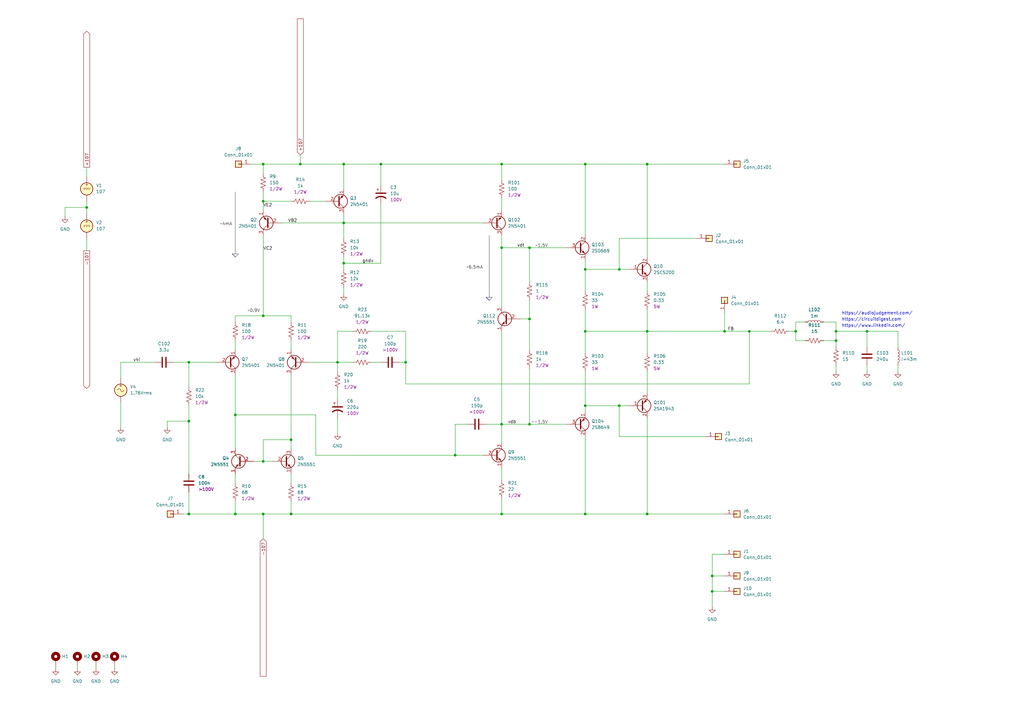
<source format=kicad_sch>
(kicad_sch (version 20231120) (generator "eeschema") (generator_version "8.0")
  (paper "A3")
  (title_block (title "Amplificador Zero") (date "2023-05-14") (rev "v1.0.0") (comment 1 "Maykol Rey"))
  (lib_symbols
    (symbol "Connector_Generic:Conn_01x01" (pin_names (offset 1.016) hide)
      (property "Reference" "J" (at 0 2.54 0))
      (property "Value" "Conn_01x01" (at 0 -2.54 0))
      (symbol "Conn_01x01_1_1"
        (rectangle (start -1.27 0.127) (end 0 -0.127) (stroke (width 0.1524)))
        (rectangle (start -1.27 1.27) (end 1.27 -1.27) (stroke (width 0.254)) (fill (type background)))
        (pin passive line (at -5.08 0 0) (length 3.81) (name "Pin_1") (number "1"))
      )
    )
    (symbol "Device:C" (pin_numbers hide) (pin_names (offset 0.254))
      (property "Reference" "C" (at 0.635 2.54 0))
      (property "Value" "C" (at 0.635 -2.54 0))
      (symbol "C_0_1"
        (polyline (pts (xy -2.032 -0.762) (xy 2.032 -0.762)) (stroke (width 0.508)))
        (polyline (pts (xy -2.032 0.762) (xy 2.032 0.762)) (stroke (width 0.508)))
      )
      (symbol "C_1_1"
        (pin passive line (at 0 3.81 270) (length 2.794) (name "~") (number "1"))
        (pin passive line (at 0 -3.81 90) (length 2.794) (name "~") (number "2"))
      )
    )
    (symbol "Device:C_Polarized_US" (pin_numbers hide) (pin_names (offset 0.254) hide)
      (property "Reference" "C" (at 0.635 2.54 0))
      (property "Value" "C_Polarized_US" (at 0.635 -2.54 0))
      (symbol "C_Polarized_US_0_1"
        (polyline (pts (xy -2.032 0.762) (xy 2.032 0.762)) (stroke (width 0.508)))
        (polyline (pts (xy -1.778 2.286) (xy -0.762 2.286)))
        (polyline (pts (xy -1.27 1.778) (xy -1.27 2.794)))
        (arc (start 2.032 -1.27) (mid 0 -0.5572) (end -2.032 -1.27) (stroke (width 0.508)))
      )
      (symbol "C_Polarized_US_1_1"
        (pin passive line (at 0 3.81 270) (length 2.794) (name "~") (number "1"))
        (pin passive line (at 0 -3.81 90) (length 3.302) (name "~") (number "2"))
      )
    )
    (symbol "Device:L" (pin_numbers hide) (pin_names (offset 1.016) hide)
      (property "Reference" "L" (at -1.27 0 90))
      (property "Value" "L" (at 1.905 0 90))
      (symbol "L_0_1"
        (arc (start 0 -2.54) (mid 0.6323 -1.905) (end 0 -1.27))
        (arc (start 0 -1.27) (mid 0.6323 -0.635) (end 0 0))
        (arc (start 0 0) (mid 0.6323 0.635) (end 0 1.27))
        (arc (start 0 1.27) (mid 0.6323 1.905) (end 0 2.54))
      )
      (symbol "L_1_1"
        (pin passive line (at 0 3.81 270) (length 1.27) (name "1") (number "1"))
        (pin passive line (at 0 -3.81 90) (length 1.27) (name "2") (number "2"))
      )
    )
    (symbol "Device:Q_NPN_BCE" (pin_names (offset 0) hide)
      (property "Reference" "Q" (at 5.08 1.27 0))
      (property "Value" "Q_NPN_BCE" (at 5.08 -1.27 0))
      (symbol "Q_NPN_BCE_0_1"
        (polyline (pts (xy 0.635 0.635) (xy 2.54 2.54)))
        (polyline (pts (xy 0.635 -0.635) (xy 2.54 -2.54) (xy 2.54 -2.54)))
        (polyline (pts (xy 0.635 1.905) (xy 0.635 -1.905) (xy 0.635 -1.905)) (stroke (width 0.508)))
        (polyline (pts (xy 1.27 -1.778) (xy 1.778 -1.27) (xy 2.286 -2.286) (xy 1.27 -1.778) (xy 1.27 -1.778)) (fill (type outline)))
        (circle (center 1.27 0) (radius 2.8194) (stroke (width 0.254)))
      )
      (symbol "Q_NPN_BCE_1_1"
        (pin input line (at -5.08 0 0) (length 5.715) (name "B") (number "1"))
        (pin passive line (at 2.54 5.08 270) (length 2.54) (name "C") (number "2"))
        (pin passive line (at 2.54 -5.08 90) (length 2.54) (name "E") (number "3"))
      )
    )
    (symbol "Device:Q_NPN_EBC" (pin_names (offset 0) hide)
      (property "Reference" "Q" (at 5.08 1.27 0))
      (property "Value" "Q_NPN_EBC" (at 5.08 -1.27 0))
      (symbol "Q_NPN_EBC_0_1"
        (polyline (pts (xy 0.635 0.635) (xy 2.54 2.54)))
        (polyline (pts (xy 0.635 -0.635) (xy 2.54 -2.54) (xy 2.54 -2.54)))
        (polyline (pts (xy 0.635 1.905) (xy 0.635 -1.905) (xy 0.635 -1.905)) (stroke (width 0.508)))
        (polyline (pts (xy 1.27 -1.778) (xy 1.778 -1.27) (xy 2.286 -2.286) (xy 1.27 -1.778) (xy 1.27 -1.778)) (fill (type outline)))
        (circle (center 1.27 0) (radius 2.8194) (stroke (width 0.254)))
      )
      (symbol "Q_NPN_EBC_1_1"
        (pin passive line (at 2.54 -5.08 90) (length 2.54) (name "E") (number "1"))
        (pin passive line (at -5.08 0 0) (length 5.715) (name "B") (number "2"))
        (pin passive line (at 2.54 5.08 270) (length 2.54) (name "C") (number "3"))
      )
    )
    (symbol "Device:Q_NPN_ECB" (pin_names (offset 0) hide)
      (property "Reference" "Q" (at 5.08 1.27 0))
      (property "Value" "Q_NPN_ECB" (at 5.08 -1.27 0))
      (symbol "Q_NPN_ECB_0_1"
        (polyline (pts (xy 0.635 0.635) (xy 2.54 2.54)))
        (polyline (pts (xy 0.635 -0.635) (xy 2.54 -2.54) (xy 2.54 -2.54)))
        (polyline (pts (xy 0.635 1.905) (xy 0.635 -1.905) (xy 0.635 -1.905)) (stroke (width 0.508)))
        (polyline (pts (xy 1.27 -1.778) (xy 1.778 -1.27) (xy 2.286 -2.286) (xy 1.27 -1.778) (xy 1.27 -1.778)) (fill (type outline)))
        (circle (center 1.27 0) (radius 2.8194) (stroke (width 0.254)))
      )
      (symbol "Q_NPN_ECB_1_1"
        (pin passive line (at 2.54 -5.08 90) (length 2.54) (name "E") (number "1"))
        (pin passive line (at 2.54 5.08 270) (length 2.54) (name "C") (number "2"))
        (pin passive line (at -5.08 0 0) (length 5.715) (name "B") (number "3"))
      )
    )
    (symbol "Device:Q_PNP_BCE" (pin_names (offset 0) hide)
      (property "Reference" "Q" (at 5.08 1.27 0))
      (property "Value" "Q_PNP_BCE" (at 5.08 -1.27 0))
      (symbol "Q_PNP_BCE_0_1"
        (polyline (pts (xy 0.635 0.635) (xy 2.54 2.54)))
        (polyline (pts (xy 0.635 -0.635) (xy 2.54 -2.54) (xy 2.54 -2.54)))
        (polyline (pts (xy 0.635 1.905) (xy 0.635 -1.905) (xy 0.635 -1.905)) (stroke (width 0.508)))
        (polyline (pts (xy 2.286 -1.778) (xy 1.778 -2.286) (xy 1.27 -1.27) (xy 2.286 -1.778) (xy 2.286 -1.778)) (fill (type outline)))
        (circle (center 1.27 0) (radius 2.8194) (stroke (width 0.254)))
      )
      (symbol "Q_PNP_BCE_1_1"
        (pin input line (at -5.08 0 0) (length 5.715) (name "B") (number "1"))
        (pin passive line (at 2.54 5.08 270) (length 2.54) (name "C") (number "2"))
        (pin passive line (at 2.54 -5.08 90) (length 2.54) (name "E") (number "3"))
      )
    )
    (symbol "Device:Q_PNP_EBC" (pin_names (offset 0) hide)
      (property "Reference" "Q" (at 5.08 1.27 0))
      (property "Value" "Q_PNP_EBC" (at 5.08 -1.27 0))
      (symbol "Q_PNP_EBC_0_1"
        (polyline (pts (xy 0.635 0.635) (xy 2.54 2.54)))
        (polyline (pts (xy 0.635 -0.635) (xy 2.54 -2.54) (xy 2.54 -2.54)))
        (polyline (pts (xy 0.635 1.905) (xy 0.635 -1.905) (xy 0.635 -1.905)) (stroke (width 0.508)))
        (polyline (pts (xy 2.286 -1.778) (xy 1.778 -2.286) (xy 1.27 -1.27) (xy 2.286 -1.778) (xy 2.286 -1.778)) (fill (type outline)))
        (circle (center 1.27 0) (radius 2.8194) (stroke (width 0.254)))
      )
      (symbol "Q_PNP_EBC_1_1"
        (pin passive line (at 2.54 -5.08 90) (length 2.54) (name "E") (number "1"))
        (pin input line (at -5.08 0 0) (length 5.715) (name "B") (number "2"))
        (pin passive line (at 2.54 5.08 270) (length 2.54) (name "C") (number "3"))
      )
    )
    (symbol "Device:Q_PNP_ECB" (pin_names (offset 0) hide)
      (property "Reference" "Q" (at 5.08 1.27 0))
      (property "Value" "Q_PNP_ECB" (at 5.08 -1.27 0))
      (symbol "Q_PNP_ECB_0_1"
        (polyline (pts (xy 0.635 0.635) (xy 2.54 2.54)))
        (polyline (pts (xy 0.635 -0.635) (xy 2.54 -2.54) (xy 2.54 -2.54)))
        (polyline (pts (xy 0.635 1.905) (xy 0.635 -1.905) (xy 0.635 -1.905)) (stroke (width 0.508)))
        (polyline (pts (xy 2.286 -1.778) (xy 1.778 -2.286) (xy 1.27 -1.27) (xy 2.286 -1.778) (xy 2.286 -1.778)) (fill (type outline)))
        (circle (center 1.27 0) (radius 2.8194) (stroke (width 0.254)))
      )
      (symbol "Q_PNP_ECB_1_1"
        (pin passive line (at 2.54 -5.08 90) (length 2.54) (name "E") (number "1"))
        (pin passive line (at 2.54 5.08 270) (length 2.54) (name "C") (number "2"))
        (pin input line (at -5.08 0 0) (length 5.715) (name "B") (number "3"))
      )
    )
    (symbol "Device:R_US" (pin_numbers hide) (pin_names (offset 0))
      (property "Reference" "R" (at 2.54 0 90))
      (property "Value" "R_US" (at -2.54 0 90))
      (symbol "R_US_0_1"
        (polyline (pts (xy 0 -2.286) (xy 0 -2.54)))
        (polyline (pts (xy 0 2.286) (xy 0 2.54)))
        (polyline (pts (xy 0 -0.762) (xy 1.016 -1.143) (xy 0 -1.524) (xy -1.016 -1.905) (xy 0 -2.286)))
        (polyline (pts (xy 0 0.762) (xy 1.016 0.381) (xy 0 0) (xy -1.016 -0.381) (xy 0 -0.762)))
        (polyline (pts (xy 0 2.286) (xy 1.016 1.905) (xy 0 1.524) (xy -1.016 1.143) (xy 0 0.762)))
      )
      (symbol "R_US_1_1"
        (pin passive line (at 0 3.81 270) (length 1.27) (name "~") (number "1"))
        (pin passive line (at 0 -3.81 90) (length 1.27) (name "~") (number "2"))
      )
    )
    (symbol "Mechanical:MountingHole_Pad" (pin_numbers hide) (pin_names (offset 1.016) hide)
      (property "Reference" "H" (at 0 6.35 0))
      (property "Value" "MountingHole_Pad" (at 0 4.445 0))
      (symbol "MountingHole_Pad_0_1"
        (circle (center 0 1.27) (radius 1.27) (stroke (width 1.27)))
      )
      (symbol "MountingHole_Pad_1_1"
        (pin input line (at 0 -2.54 90) (length 2.54) (name "1") (number "1"))
      )
    )
    (symbol "Simulation_SPICE:VDC" (pin_numbers hide) (pin_names (offset 0.0254))
      (property "Reference" "V" (at 2.54 2.54 0))
      (property "Value" "1" (at 2.54 0 0))
      (symbol "VDC_0_0"
        (polyline (pts (xy -1.27 0.254) (xy 1.27 0.254)))
        (polyline (pts (xy -0.762 -0.254) (xy -1.27 -0.254)))
        (polyline (pts (xy 0.254 -0.254) (xy -0.254 -0.254)))
        (polyline (pts (xy 1.27 -0.254) (xy 0.762 -0.254)))
        (text "+" (at 0 1.905 0) (effects (font (size 1.27 1.27))))
      )
      (symbol "VDC_0_1"
        (circle (center 0 0) (radius 2.54) (stroke (width 0.254)) (fill (type background)))
      )
      (symbol "VDC_1_1"
        (pin passive line (at 0 5.08 270) (length 2.54) (name "~") (number "1"))
        (pin passive line (at 0 -5.08 90) (length 2.54) (name "~") (number "2"))
      )
    )
    (symbol "Simulation_SPICE:VSIN" (pin_numbers hide) (pin_names (offset 0.0254))
      (property "Reference" "V" (at 2.54 2.54 0))
      (property "Value" "VSIN" (at 2.54 0 0))
      (property "Sim.Params" "dc=0 ampl=1 f=1k ac=1" (at 2.54 -2.54 0))
      (symbol "VSIN_0_0"
        (arc (start 0 0) (mid -0.635 0.6323) (end -1.27 0))
        (arc (start 0 0) (mid 0.635 -0.6323) (end 1.27 0))
        (text "+" (at 0 1.905 0) (effects (font (size 1.27 1.27))))
      )
      (symbol "VSIN_0_1"
        (circle (center 0 0) (radius 2.54) (stroke (width 0.254)) (fill (type background)))
      )
      (symbol "VSIN_1_1"
        (pin passive line (at 0 5.08 270) (length 2.54) (name "~") (number "1"))
        (pin passive line (at 0 -5.08 90) (length 2.54) (name "~") (number "2"))
      )
    )
    (symbol "power:GND" (power) (pin_names (offset 0))
      (property "Value" "GND" (at 0 -3.81 0))
      (symbol "GND_0_1"
        (polyline (pts (xy 0 0) (xy 0 -1.27) (xy 1.27 -1.27) (xy 0 -2.54) (xy -1.27 -1.27) (xy 0 -1.27)))
      )
      (symbol "GND_1_1"
        (pin power_in line (at 0 0 270) (length 0) hide (name "GND") (number "1"))
      )
    )
  )
  (junction (at 107.95 210.82))
  (junction (at 119.38 180.34))
  (junction (at 77.47 210.82))
  (junction (at 205.74 67.31))
  (junction (at 77.47 172.72))
  (junction (at 205.74 210.82))
  (junction (at 217.17 130.81))
  (junction (at 297.18 135.89))
  (junction (at 140.97 67.31))
  (junction (at 205.74 101.6))
  (junction (at 254 110.49))
  (junction (at 292.1 236.22))
  (junction (at 240.03 210.82))
  (junction (at 240.03 110.49))
  (junction (at 217.17 101.6))
  (junction (at 326.39 135.89))
  (junction (at 140.97 107.95))
  (junction (at 119.38 210.82))
  (junction (at 35.56 85.09))
  (junction (at 265.43 135.89))
  (junction (at 123.19 67.31))
  (junction (at 77.47 148.59))
  (junction (at 240.03 166.37))
  (junction (at 254 166.37))
  (junction (at 307.34 135.89))
  (junction (at 265.43 210.82))
  (junction (at 96.52 170.18))
  (junction (at 107.95 189.23))
  (junction (at 166.37 148.59))
  (junction (at 217.17 173.99))
  (junction (at 292.1 242.57))
  (junction (at 156.21 67.31))
  (junction (at 107.95 67.31))
  (junction (at 96.52 210.82))
  (junction (at 240.03 67.31))
  (junction (at 342.9 139.7))
  (junction (at 342.9 135.89))
  (junction (at 240.03 135.89))
  (junction (at 355.6 135.89))
  (junction (at 140.97 91.44))
  (junction (at 107.95 82.55))
  (junction (at 138.43 148.59))
  (junction (at 186.69 186.69))
  (junction (at 205.74 173.99))
  (junction (at 265.43 67.31))
  (junction (at 107.95 129.54))
  (wire (pts (xy 265.43 171.45) (xy 265.43 210.82)))
  (wire (pts (xy 127 82.55) (xy 133.35 82.55)))
  (wire (pts (xy 368.3 149.86) (xy 368.3 152.4)))
  (wire (pts (xy 240.03 67.31) (xy 265.43 67.31)))
  (wire (pts (xy 166.37 148.59) (xy 163.83 148.59)))
  (wire (pts (xy 297.18 135.89) (xy 307.34 135.89)))
  (wire (pts (xy 265.43 152.4) (xy 265.43 161.29)))
  (wire (pts (xy 107.95 96.52) (xy 107.95 129.54)))
  (wire (pts (xy 96.52 129.54) (xy 96.52 132.08)))
  (wire (pts (xy 297.18 236.22) (xy 292.1 236.22)))
  (wire (pts (xy 254 179.07) (xy 289.56 179.07)))
  (wire (pts (xy 119.38 132.08) (xy 119.38 129.54)))
  (wire (pts (xy 240.03 179.07) (xy 240.03 210.82)))
  (wire (pts (xy 152.4 135.89) (xy 166.37 135.89)))
  (wire (pts (xy 166.37 148.59) (xy 166.37 157.48)))
  (wire (pts (xy 326.39 132.08) (xy 326.39 135.89)))
  (wire (pts (xy 297.18 128.27) (xy 297.18 135.89)))
  (wire (pts (xy 107.95 180.34) (xy 107.95 189.23)))
  (wire (pts (xy 96.52 170.18) (xy 129.54 170.18)))
  (wire (pts (xy 205.74 81.28) (xy 205.74 86.36)))
  (wire (pts (xy 156.21 107.95) (xy 140.97 107.95)))
  (wire (pts (xy 138.43 135.89) (xy 138.43 148.59)))
  (wire (pts (xy 217.17 173.99) (xy 232.41 173.99)))
  (polyline (pts (xy 201.93 121.92) (xy 200.66 123.19)) (stroke (width 0) (color 72 72 72 1)))
  (wire (pts (xy 265.43 127) (xy 265.43 135.89)))
  (wire (pts (xy 107.95 78.74) (xy 107.95 82.55)))
  (wire (pts (xy 240.03 166.37) (xy 240.03 168.91)))
  (wire (pts (xy 152.4 148.59) (xy 156.21 148.59)))
  (wire (pts (xy 254 97.79) (xy 254 110.49)))
  (wire (pts (xy 138.43 160.02) (xy 138.43 163.83)))
  (wire (pts (xy 107.95 210.82) (xy 119.38 210.82)))
  (wire (pts (xy 240.03 166.37) (xy 254 166.37)))
  (wire (pts (xy 26.67 85.09) (xy 35.56 85.09)))
  (wire (pts (xy 292.1 227.33) (xy 292.1 236.22)))
  (wire (pts (xy 292.1 236.22) (xy 292.1 242.57)))
  (wire (pts (xy 35.56 82.55) (xy 35.56 85.09)))
  (polyline (pts (xy 200.66 121.92) (xy 201.93 121.92)) (stroke (width 0) (color 72 72 72 1)))
  (wire (pts (xy 96.52 129.54) (xy 107.95 129.54)))
  (wire (pts (xy 119.38 180.34) (xy 119.38 184.15)))
  (wire (pts (xy 166.37 135.89) (xy 166.37 148.59)))
  (wire (pts (xy 22.86 273.05) (xy 22.86 274.32)))
  (polyline (pts (xy 96.52 78.74) (xy 96.52 104.14)) (stroke (width 0) (color 72 72 72 1)))
  (wire (pts (xy 140.97 105.41) (xy 140.97 107.95)))
  (wire (pts (xy 205.74 173.99) (xy 205.74 181.61)))
  (wire (pts (xy 46.99 273.05) (xy 46.99 274.32)))
  (wire (pts (xy 254 110.49) (xy 257.81 110.49)))
  (wire (pts (xy 104.14 189.23) (xy 107.95 189.23)))
  (wire (pts (xy 265.43 67.31) (xy 297.18 67.31)))
  (wire (pts (xy 166.37 157.48) (xy 307.34 157.48)))
  (wire (pts (xy 77.47 210.82) (xy 96.52 210.82)))
  (wire (pts (xy 240.03 152.4) (xy 240.03 166.37)))
  (wire (pts (xy 205.74 67.31) (xy 205.74 73.66)))
  (wire (pts (xy 240.03 96.52) (xy 240.03 67.31)))
  (wire (pts (xy 330.2 132.08) (xy 326.39 132.08)))
  (wire (pts (xy 49.53 154.94) (xy 49.53 148.59)))
  (wire (pts (xy 265.43 210.82) (xy 297.18 210.82)))
  (wire (pts (xy 307.34 135.89) (xy 316.23 135.89)))
  (wire (pts (xy 77.47 201.93) (xy 77.47 210.82)))
  (wire (pts (xy 240.03 127) (xy 240.03 135.89)))
  (wire (pts (xy 77.47 172.72) (xy 77.47 194.31)))
  (wire (pts (xy 355.6 135.89) (xy 342.9 135.89)))
  (wire (pts (xy 368.3 135.89) (xy 355.6 135.89)))
  (wire (pts (xy 119.38 139.7) (xy 119.38 143.51)))
  (wire (pts (xy 307.34 157.48) (xy 307.34 135.89)))
  (wire (pts (xy 217.17 123.19) (xy 217.17 130.81)))
  (wire (pts (xy 115.57 91.44) (xy 140.97 91.44)))
  (wire (pts (xy 96.52 153.67) (xy 96.52 170.18)))
  (wire (pts (xy 138.43 148.59) (xy 138.43 152.4)))
  (wire (pts (xy 368.3 142.24) (xy 368.3 135.89)))
  (wire (pts (xy 107.95 129.54) (xy 119.38 129.54)))
  (wire (pts (xy 217.17 151.13) (xy 217.17 173.99)))
  (wire (pts (xy 217.17 101.6) (xy 205.74 101.6)))
  (polyline (pts (xy 95.25 104.14) (xy 96.52 104.14)) (stroke (width 0) (color 72 72 72 1)))
  (wire (pts (xy 74.93 210.82) (xy 77.47 210.82)))
  (wire (pts (xy 107.95 71.12) (xy 107.95 67.31)))
  (wire (pts (xy 127 148.59) (xy 138.43 148.59)))
  (polyline (pts (xy 96.52 104.14) (xy 97.79 104.14)) (stroke (width 0) (color 72 72 72 1)))
  (wire (pts (xy 240.03 106.68) (xy 240.03 110.49)))
  (wire (pts (xy 77.47 148.59) (xy 77.47 158.75)))
  (wire (pts (xy 138.43 171.45) (xy 138.43 177.8)))
  (wire (pts (xy 107.95 82.55) (xy 107.95 86.36)))
  (wire (pts (xy 35.56 85.09) (xy 35.56 87.63)))
  (wire (pts (xy 35.56 68.58) (xy 35.56 72.39)))
  (polyline (pts (xy 97.79 104.14) (xy 96.52 105.41)) (stroke (width 0) (color 72 72 72 1)))
  (wire (pts (xy 240.03 135.89) (xy 240.03 144.78)))
  (wire (pts (xy 217.17 101.6) (xy 217.17 115.57)))
  (wire (pts (xy 292.1 242.57) (xy 292.1 248.92)))
  (wire (pts (xy 323.85 135.89) (xy 326.39 135.89)))
  (wire (pts (xy 140.97 67.31) (xy 140.97 77.47)))
  (wire (pts (xy 96.52 170.18) (xy 96.52 184.15)))
  (wire (pts (xy 342.9 149.86) (xy 342.9 152.4)))
  (wire (pts (xy 326.39 135.89) (xy 326.39 139.7)))
  (wire (pts (xy 96.52 205.74) (xy 96.52 210.82)))
  (wire (pts (xy 337.82 132.08) (xy 342.9 132.08)))
  (wire (pts (xy 199.39 173.99) (xy 205.74 173.99)))
  (wire (pts (xy 240.03 67.31) (xy 205.74 67.31)))
  (polyline (pts (xy 95.25 104.14) (xy 96.52 105.41)))
  (polyline (pts (xy 96.52 105.41) (xy 95.25 104.14)) (stroke (width 0) (color 72 72 72 1)))
  (wire (pts (xy 186.69 186.69) (xy 198.12 186.69)))
  (wire (pts (xy 355.6 135.89) (xy 355.6 142.24)))
  (wire (pts (xy 119.38 205.74) (xy 119.38 210.82)))
  (polyline (pts (xy 199.39 121.92) (xy 200.66 121.92)) (stroke (width 0) (color 72 72 72 1)))
  (wire (pts (xy 107.95 67.31) (xy 123.19 67.31)))
  (wire (pts (xy 140.97 107.95) (xy 140.97 110.49)))
  (wire (pts (xy 240.03 110.49) (xy 254 110.49)))
  (wire (pts (xy 205.74 67.31) (xy 156.21 67.31)))
  (wire (pts (xy 140.97 91.44) (xy 140.97 97.79)))
  (wire (pts (xy 265.43 135.89) (xy 265.43 144.78)))
  (wire (pts (xy 96.52 194.31) (xy 96.52 198.12)))
  (wire (pts (xy 119.38 194.31) (xy 119.38 198.12)))
  (wire (pts (xy 96.52 139.7) (xy 96.52 143.51)))
  (wire (pts (xy 68.58 172.72) (xy 77.47 172.72)))
  (wire (pts (xy 107.95 189.23) (xy 111.76 189.23)))
  (wire (pts (xy 102.87 67.31) (xy 107.95 67.31)))
  (wire (pts (xy 205.74 204.47) (xy 205.74 210.82)))
  (wire (pts (xy 240.03 110.49) (xy 240.03 119.38)))
  (wire (pts (xy 107.95 82.55) (xy 119.38 82.55)))
  (wire (pts (xy 77.47 166.37) (xy 77.47 172.72)))
  (wire (pts (xy 342.9 135.89) (xy 342.9 139.7)))
  (wire (pts (xy 156.21 83.82) (xy 156.21 107.95)))
  (wire (pts (xy 240.03 210.82) (xy 205.74 210.82)))
  (wire (pts (xy 123.19 63.5) (xy 123.19 67.31)))
  (wire (pts (xy 107.95 210.82) (xy 107.95 220.98)))
  (wire (pts (xy 217.17 130.81) (xy 213.36 130.81)))
  (wire (pts (xy 35.56 97.79) (xy 35.56 102.87)))
  (polyline (pts (xy 200.66 123.19) (xy 199.39 121.92)) (stroke (width 0) (color 72 72 72 1)))
  (wire (pts (xy 71.12 148.59) (xy 77.47 148.59)))
  (wire (pts (xy 140.97 118.11) (xy 140.97 120.65)))
  (wire (pts (xy 119.38 153.67) (xy 119.38 180.34)))
  (wire (pts (xy 254 166.37) (xy 257.81 166.37)))
  (wire (pts (xy 265.43 115.57) (xy 265.43 119.38)))
  (wire (pts (xy 205.74 173.99) (xy 217.17 173.99)))
  (polyline (pts (xy 199.39 121.92) (xy 200.66 123.19)))
  (wire (pts (xy 217.17 130.81) (xy 217.17 143.51)))
  (wire (pts (xy 205.74 135.89) (xy 205.74 173.99)))
  (wire (pts (xy 265.43 105.41) (xy 265.43 67.31)))
  (wire (pts (xy 186.69 173.99) (xy 191.77 173.99)))
  (wire (pts (xy 144.78 135.89) (xy 138.43 135.89)))
  (wire (pts (xy 96.52 210.82) (xy 107.95 210.82)))
  (wire (pts (xy 355.6 149.86) (xy 355.6 152.4)))
  (wire (pts (xy 156.21 67.31) (xy 140.97 67.31)))
  (wire (pts (xy 205.74 96.52) (xy 205.74 101.6)))
  (wire (pts (xy 254 179.07) (xy 254 166.37)))
  (wire (pts (xy 265.43 210.82) (xy 240.03 210.82)))
  (wire (pts (xy 205.74 101.6) (xy 205.74 125.73)))
  (wire (pts (xy 68.58 175.26) (xy 68.58 172.72)))
  (wire (pts (xy 49.53 148.59) (xy 63.5 148.59)))
  (wire (pts (xy 156.21 76.2) (xy 156.21 67.31)))
  (wire (pts (xy 107.95 180.34) (xy 119.38 180.34)))
  (wire (pts (xy 292.1 242.57) (xy 297.18 242.57)))
  (polyline (pts (xy 200.66 96.52) (xy 200.66 121.92)) (stroke (width 0) (color 72 72 72 1)))
  (wire (pts (xy 119.38 210.82) (xy 205.74 210.82)))
  (wire (pts (xy 217.17 101.6) (xy 232.41 101.6)))
  (wire (pts (xy 326.39 139.7) (xy 330.2 139.7)))
  (wire (pts (xy 140.97 87.63) (xy 140.97 91.44)))
  (wire (pts (xy 31.75 273.05) (xy 31.75 274.32)))
  (wire (pts (xy 342.9 139.7) (xy 342.9 142.24)))
  (wire (pts (xy 140.97 67.31) (xy 123.19 67.31)))
  (wire (pts (xy 77.47 148.59) (xy 88.9 148.59)))
  (wire (pts (xy 186.69 173.99) (xy 186.69 186.69)))
  (wire (pts (xy 138.43 148.59) (xy 144.78 148.59)))
  (wire (pts (xy 205.74 191.77) (xy 205.74 196.85)))
  (wire (pts (xy 292.1 227.33) (xy 297.18 227.33)))
  (wire (pts (xy 140.97 91.44) (xy 198.12 91.44)))
  (wire (pts (xy 240.03 135.89) (xy 265.43 135.89)))
  (wire (pts (xy 129.54 186.69) (xy 186.69 186.69)))
  (wire (pts (xy 285.75 97.79) (xy 254 97.79)))
  (wire (pts (xy 39.37 273.05) (xy 39.37 274.32)))
  (wire (pts (xy 129.54 186.69) (xy 129.54 170.18)))
  (wire (pts (xy 337.82 139.7) (xy 342.9 139.7)))
  (wire (pts (xy 49.53 165.1) (xy 49.53 175.26)))
  (wire (pts (xy 342.9 132.08) (xy 342.9 135.89)))
  (wire (pts (xy 265.43 135.89) (xy 297.18 135.89)))
  (wire (pts (xy 26.67 88.9) (xy 26.67 85.09)))
  (text "https://circuitdigest.com" (at 345.186 131.826 0) (effects (font (size 1.27 1.27)) (justify left bottom)))
  (text "~6.5mA" (at 198.12 110.49 0) (effects (font (size 1.27 1.27)) (justify right bottom)))
  (text "~4mA" (at 90.17 92.71 0) (effects (font (size 1.27 1.27)) (justify left bottom)))
  (text "~1.5V" (at 224.79 101.6 0) (effects (font (size 1.27 1.27)) (justify right bottom)))
  (text "https://audiojudgement.com/" (at 345.186 129.286 0) (effects (font (size 1.27 1.27)) (justify left bottom)))
  (text "https://www.linkedin.com/" (at 345.186 134.366 0) (effects (font (size 1.27 1.27)) (justify left bottom)))
  (text "~-1.5V" (at 224.79 173.99 0) (effects (font (size 1.27 1.27)) (justify right bottom)))
  (text "~0.9V" (at 106.68 128.27 0) (effects (font (size 1.27 1.27)) (justify right bottom)))
  (label "vdb" (at 208.28 173.99 0))
  (label "v4i" (at 54.61 148.59 0))
  (label "VE2" (at 107.95 85.09 0))
  (label "FB" (at 298.45 135.89 0))
  (label "VB2" (at 118.11 91.44 0))
  (label "vdt" (at 212.09 101.6 0))
  (label "VC2" (at 107.95 102.87 0))
  (label "gndv" (at 148.59 107.95 0))
  (global_label "-${df57b628-142e-45bb-b09c-19f392eb738b:VALUE}" (shape output) (at 35.56 102.87 270) (property "Intersheetrefs" "${INTERSHEET_REFS}" (effects (hide yes))))
  (global_label "+${54ff4864-3169-479c-a87a-54c4ff02058e:VALUE}" (shape output) (at 35.56 68.58 90) (property "Intersheetrefs" "${INTERSHEET_REFS}" (effects (hide yes))))
  (global_label "-${df57b628-142e-45bb-b09c-19f392eb738b:VALUE}" (shape input) (at 107.95 220.98 270) (property "Intersheetrefs" "${INTERSHEET_REFS}" (effects (hide yes))))
  (global_label "+${54ff4864-3169-479c-a87a-54c4ff02058e:VALUE}" (shape input) (at 123.19 63.5 90) (property "Intersheetrefs" "${INTERSHEET_REFS}" (effects (hide yes))))
  (symbol (lib_id "Device:L") (at 368.3 146.05 0) (unit 1) (in_bom no) (on_board no)
    (property "Reference" "L101" (at 369.57 144.7799 0) (effects (justify left)))
    (property "Value" "${SIM.PARAMS}" (at 369.57 147.3199 0) (effects (justify left)))
    (property "Sim.Device" "L" (effects (hide yes)))
    (property "Sim.Type" "=" (effects (hide yes)))
    (property "Sim.Params" "l=43m" (effects (hide yes)))
    (property "Sim.Pins" "1=+ 2=-" (effects (hide yes)))
  )
  (symbol (lib_id "Device:R_US") (at 334.01 139.7 90) (unit 1) (in_bom no) (on_board no)
    (property "Reference" "R111" (at 334.01 133.35 90))
    (property "Value" "15" (at 334.01 135.89 90))
    (property "Footprint" "Resistor_THT:R_Axial_DIN0207_L6.3mm_D2.5mm_P10.16mm_Horizontal" (effects (hide yes)))
  )
  (symbol (lib_id "Device:R_US") (at 107.95 74.93 0) (unit 1)
    (property "Reference" "R9" (at 110.49 72.3899 0) (effects (justify left)))
    (property "Value" "150" (at 110.49 74.9299 0) (effects (justify left)))
    (property "Footprint" "Resistor_THT:R_Axial_DIN0207_L6.3mm_D2.5mm_P10.16mm_Horizontal" (effects (hide yes)))
    (property "Sim.Device" "R" (effects (hide yes)))
    (property "Sim.Pins" "1=+ 2=-" (effects (hide yes)))
    (property "POWER" "1/2W" (at 110.49 77.4699 0) (effects (justify left)))
  )
  (symbol (lib_id "Device:R_US") (at 205.74 77.47 0) (unit 1)
    (property "Reference" "R101" (at 208.28 74.9299 0) (effects (justify left)))
    (property "Value" "100" (at 208.28 77.4699 0) (effects (justify left)))
    (property "Footprint" "Resistor_THT:R_Axial_DIN0207_L6.3mm_D2.5mm_P10.16mm_Horizontal" (effects (hide yes)))
    (property "Sim.Device" "R" (effects (hide yes)))
    (property "Sim.Pins" "1=+ 2=-" (effects (hide yes)))
    (property "POWER" "1/2W" (at 208.28 80.0099 0) (effects (justify left)))
  )
  (symbol (lib_id "Device:R_US") (at 265.43 148.59 0) (unit 1)
    (property "Reference" "R106" (at 267.97 146.0499 0) (effects (justify left)))
    (property "Value" "0.33" (at 267.97 148.5899 0) (effects (justify left)))
    (property "Footprint" "Resistor_THT:R_Axial_Power_L25.0mm_W9.0mm_P27.94mm" (effects (hide yes)))
    (property "POWER" "5W" (at 267.97 151.1299 0) (effects (justify left)))
  )
  (symbol (lib_id "power:GND") (at 49.53 175.26 0) (unit 1)
    (property "Reference" "#PWR08" (effects (hide yes)))
    (property "Value" "GND" (at 49.53 180.34 0))
  )
  (symbol (lib_id "Device:C") (at 195.58 173.99 90) (unit 1)
    (property "Reference" "C5" (at 195.58 163.83 90))
    (property "Value" "150p" (at 195.58 166.37 90))
    (property "Footprint" "Capacitor_THT:C_Disc_D5.0mm_W2.5mm_P5.00mm" (effects (hide yes)))
    (property "Sim.Device" "C" (effects (hide yes)))
    (property "Sim.Pins" "1=+ 2=-" (effects (hide yes)))
    (property "VOLTAGE" ">100V" (at 195.58 168.91 90))
  )
  (symbol (lib_id "Device:R_US") (at 96.52 201.93 0) (unit 1)
    (property "Reference" "R10" (at 99.06 199.3899 0) (effects (justify left)))
    (property "Value" "68" (at 99.06 201.9299 0) (effects (justify left)))
    (property "Footprint" "Resistor_THT:R_Axial_DIN0207_L6.3mm_D2.5mm_P10.16mm_Horizontal" (effects (hide yes)))
    (property "POWER" "1/2W" (at 99.06 204.4699 0) (effects (justify left)))
  )
  (symbol (lib_id "Device:Q_NPN_EBC") (at 116.84 189.23 0) (unit 1)
    (property "Reference" "Q5" (at 121.92 187.9599 0) (effects (justify left)))
    (property "Value" "2N5551" (at 121.92 190.4999 0) (effects (justify left)))
    (property "Footprint" "Package_TO_SOT_THT:TO-92L_Inline_Wide" (effects (hide yes)))
    (property "Datasheet" "https://www.nxp.com/docs/en/data-sheet/2N5550_5551.pdf" (effects (hide yes)))
    (property "Sim.Library" "/home/maykol/Documentos/spice/2n5551.lib" (effects (hide yes)))
    (property "Sim.Name" "2N5551" (effects (hide yes)))
    (property "Sim.Device" "NPN" (effects (hide yes)))
    (property "Sim.Type" "GUMMELPOON" (effects (hide yes)))
    (property "Sim.Pins" "1=E 2=B 3=C" (effects (hide yes)))
  )
  (symbol (lib_id "Connector_Generic:Conn_01x01") (at 290.83 97.79 0) (unit 1) (exclude_from_sim yes) (in_bom no)
    (property "Reference" "J2" (at 293.37 96.5199 0) (effects (justify left)))
    (property "Value" "Conn_01x01" (at 293.37 99.0599 0) (effects (justify left)))
    (property "Footprint" "TerminalBlock_MetzConnect:TerminalBlock_MetzConnect_360322_1x01_Horizontal_ScrewM3.0_WireProtection" (effects (hide yes)))
  )
  (symbol (lib_id "Device:R_US") (at 217.17 119.38 0) (unit 1)
    (property "Reference" "R115" (at 219.71 116.8399 0) (effects (justify left)))
    (property "Value" "1" (at 219.71 119.3799 0) (effects (justify left)))
    (property "Footprint" "Resistor_THT:R_Axial_DIN0207_L6.3mm_D2.5mm_P10.16mm_Horizontal" (effects (hide yes)))
    (property "POWER" "1/2W" (at 219.71 121.9199 0) (effects (justify left)))
  )
  (symbol (lib_id "power:GND") (at 140.97 120.65 0) (unit 1)
    (property "Reference" "#PWR05" (effects (hide yes)))
    (property "Value" "GND" (at 140.97 125.73 0))
  )
  (symbol (lib_id "Device:R_US") (at 140.97 114.3 0) (unit 1)
    (property "Reference" "R12" (at 143.51 111.7599 0) (effects (justify left)))
    (property "Value" "12k" (at 143.51 114.2999 0) (effects (justify left)))
    (property "Footprint" "Resistor_THT:R_Axial_DIN0207_L6.3mm_D2.5mm_P10.16mm_Horizontal" (effects (hide yes)))
    (property "POWER" "1/2W" (at 143.51 116.8399 0) (effects (justify left)))
  )
  (symbol (lib_id "power:GND") (at 39.37 274.32 0) (unit 1)
    (property "Reference" "#PWR06" (effects (hide yes)))
    (property "Value" "GND" (at 39.37 279.4 0))
  )
  (symbol (lib_id "Device:R_US") (at 240.03 123.19 0) (unit 1)
    (property "Reference" "R104" (at 242.57 120.6499 0) (effects (justify left)))
    (property "Value" "33" (at 242.57 123.1899 0) (effects (justify left)))
    (property "Footprint" "Resistor_THT:R_Axial_DIN0414_L11.9mm_D4.5mm_P15.24mm_Horizontal" (effects (hide yes)))
    (property "POWER" "1W" (at 242.57 125.7299 0) (effects (justify left)))
  )
  (symbol (lib_id "power:GND") (at 22.86 274.32 0) (unit 1)
    (property "Reference" "#PWR03" (effects (hide yes)))
    (property "Value" "GND" (at 22.86 279.4 0))
  )
  (symbol (lib_id "Device:R_US") (at 265.43 123.19 0) (unit 1)
    (property "Reference" "R105" (at 267.97 120.6499 0) (effects (justify left)))
    (property "Value" "0.33" (at 267.97 123.1899 0) (effects (justify left)))
    (property "Footprint" "Resistor_THT:R_Axial_Power_L25.0mm_W9.0mm_P27.94mm" (effects (hide yes)))
    (property "POWER" "5W" (at 267.97 125.7299 0) (effects (justify left)))
  )
  (symbol (lib_id "Connector_Generic:Conn_01x01") (at 302.26 236.22 0) (unit 1) (exclude_from_sim yes) (in_bom no)
    (property "Reference" "J9" (at 304.8 234.9499 0) (effects (justify left)))
    (property "Value" "Conn_01x01" (at 304.8 237.4899 0) (effects (justify left)))
    (property "Footprint" "TerminalBlock_MetzConnect:TerminalBlock_MetzConnect_360322_1x01_Horizontal_ScrewM3.0_WireProtection" (effects (hide yes)))
  )
  (symbol (lib_id "Device:Q_PNP_BCE") (at 262.89 166.37 0) (mirror x) (unit 1)
    (property "Reference" "Q101" (at 267.97 165.0999 0) (effects (justify left)))
    (property "Value" "2SA1943" (at 267.97 167.6399 0) (effects (justify left)))
    (property "Footprint" "Package_TO_SOT_THT:TO-264-3_Vertical" (effects (hide yes)))
    (property "Sim.Library" "/home/maykol/Documentos/spice/2SA1943.lib" (effects (hide yes)))
    (property "Sim.Name" "2SA1943" (effects (hide yes)))
    (property "Sim.Device" "SUBCKT" (effects (hide yes)))
    (property "Sim.Pins" "1=2 2=1 3=3" (effects (hide yes)))
  )
  (symbol (lib_id "power:GND") (at 342.9 152.4 0) (unit 1)
    (property "Reference" "#PWR0107" (effects (hide yes)))
    (property "Value" "GND" (at 342.9 157.48 0))
  )
  (symbol (lib_id "Device:Q_NPN_EBC") (at 99.06 189.23 0) (mirror y) (unit 1)
    (property "Reference" "Q4" (at 93.98 187.9599 0) (effects (justify left)))
    (property "Value" "2N5551" (at 93.98 190.4999 0) (effects (justify left)))
    (property "Footprint" "Package_TO_SOT_THT:TO-92L_Inline_Wide" (effects (hide yes)))
    (property "Datasheet" "https://www.nxp.com/docs/en/data-sheet/2N5550_5551.pdf" (effects (hide yes)))
    (property "Sim.Library" "/home/maykol/Documentos/spice/2n5551.lib" (effects (hide yes)))
    (property "Sim.Name" "2N5551" (effects (hide yes)))
    (property "Sim.Device" "NPN" (effects (hide yes)))
    (property "Sim.Type" "GUMMELPOON" (effects (hide yes)))
    (property "Sim.Pins" "1=E 2=B 3=C" (effects (hide yes)))
  )
  (symbol (lib_id "Device:C") (at 160.02 148.59 90) (unit 1)
    (property "Reference" "C7" (at 160.02 138.43 90))
    (property "Value" "100p" (at 160.02 140.97 90))
    (property "Footprint" "Capacitor_THT:C_Disc_D5.0mm_W2.5mm_P5.00mm" (effects (hide yes)))
    (property "Sim.Device" "C" (effects (hide yes)))
    (property "Sim.Pins" "1=+ 2=-" (effects (hide yes)))
    (property "VOLTAGE" ">100V" (at 160.02 143.51 90))
  )
  (symbol (lib_id "Simulation_SPICE:VDC") (at 35.56 77.47 0) (unit 1) (in_bom no) (on_board no)
    (property "Reference" "V1" (at 39.37 76.0548 0) (effects (justify left)))
    (property "Value" "107" (at 39.37 78.5948 0) (effects (justify left)))
    (property "Sim.Pins" "1=+ 2=-" (effects (hide yes)))
    (property "Sim.Type" "DC" (effects (hide yes)))
    (property "Sim.Device" "V" (effects (hide yes)))
  )
  (symbol (lib_id "Device:Q_NPN_BCE") (at 262.89 110.49 0) (unit 1)
    (property "Reference" "Q10" (at 267.97 109.2199 0) (effects (justify left)))
    (property "Value" "2SC5200" (at 267.97 111.7599 0) (effects (justify left)))
    (property "Footprint" "Package_TO_SOT_THT:TO-264-3_Vertical" (effects (hide yes)))
    (property "Sim.Library" "/home/maykol/Documentos/spice/2SC5200.mod" (effects (hide yes)))
    (property "Sim.Name" "2SC5200" (effects (hide yes)))
    (property "Sim.Device" "NPN" (effects (hide yes)))
    (property "Sim.Type" "GUMMELPOON" (effects (hide yes)))
    (property "Sim.Pins" "1=B 2=C 3=E" (effects (hide yes)))
  )
  (symbol (lib_id "Connector_Generic:Conn_01x01") (at 302.26 242.57 0) (unit 1) (exclude_from_sim yes) (in_bom no)
    (property "Reference" "J10" (at 304.8 241.2999 0) (effects (justify left)))
    (property "Value" "Conn_01x01" (at 304.8 243.8399 0) (effects (justify left)))
    (property "Footprint" "TerminalBlock_MetzConnect:TerminalBlock_MetzConnect_360322_1x01_Horizontal_ScrewM3.0_WireProtection" (effects (hide yes)))
  )
  (symbol (lib_id "power:GND") (at 138.43 177.8 0) (unit 1)
    (property "Reference" "#PWR09" (effects (hide yes)))
    (property "Value" "GND" (at 138.43 182.88 0))
  )
  (symbol (lib_id "Device:Q_PNP_EBC") (at 110.49 91.44 180) (unit 1)
    (property "Reference" "Q2" (at 105.41 90.1699 0) (effects (justify left)))
    (property "Value" "2N5401" (at 105.41 92.7099 0) (effects (justify left)))
    (property "Footprint" "Package_TO_SOT_THT:TO-92L_Inline_Wide" (effects (hide yes)))
    (property "Datasheet" "https://www.mouser.com/datasheet/2/302/nxp_2n5401-1188528.pdf" (effects (hide yes)))
    (property "Sim.Library" "/home/maykol/Documentos/spice/2n5401.lib" (effects (hide yes)))
    (property "Sim.Name" "2N5401" (effects (hide yes)))
    (property "Sim.Device" "PNP" (effects (hide yes)))
    (property "Sim.Type" "GUMMELPOON" (effects (hide yes)))
    (property "Sim.Pins" "1=E 2=B 3=C" (effects (hide yes)))
  )
  (symbol (lib_id "Device:Q_PNP_EBC") (at 203.2 91.44 0) (mirror x) (unit 1)
    (property "Reference" "Q102" (at 208.28 90.1699 0) (effects (justify left)))
    (property "Value" "2N5401" (at 208.28 92.7099 0) (effects (justify left)))
    (property "Footprint" "Package_TO_SOT_THT:TO-92L_Inline_Wide" (effects (hide yes)))
    (property "Datasheet" "https://www.mouser.com/datasheet/2/302/nxp_2n5401-1188528.pdf" (effects (hide yes)))
    (property "Sim.Library" "/home/maykol/Documentos/spice/2n5401.lib" (effects (hide yes)))
    (property "Sim.Name" "2N5401" (effects (hide yes)))
    (property "Sim.Device" "PNP" (effects (hide yes)))
    (property "Sim.Type" "GUMMELPOON" (effects (hide yes)))
    (property "Sim.Pins" "1=E 2=B 3=C" (effects (hide yes)))
  )
  (symbol (lib_id "Device:Q_PNP_EBC") (at 121.92 148.59 180) (unit 1)
    (property "Reference" "Q8" (at 116.84 147.3199 0) (effects (justify left)))
    (property "Value" "2N5401" (at 116.84 149.8599 0) (effects (justify left)))
    (property "Footprint" "Package_TO_SOT_THT:TO-92L_Inline_Wide" (effects (hide yes)))
    (property "Datasheet" "https://www.mouser.com/datasheet/2/302/nxp_2n5401-1188528.pdf" (effects (hide yes)))
    (property "Sim.Library" "/home/maykol/Documentos/spice/2n5401.lib" (effects (hide yes)))
    (property "Sim.Name" "2N5401" (effects (hide yes)))
    (property "Sim.Device" "PNP" (effects (hide yes)))
    (property "Sim.Type" "GUMMELPOON" (effects (hide yes)))
    (property "Sim.Pins" "1=E 2=B 3=C" (effects (hide yes)))
  )
  (symbol (lib_id "Connector_Generic:Conn_01x01") (at 302.26 227.33 0) (unit 1) (exclude_from_sim yes) (in_bom no)
    (property "Reference" "J1" (at 304.8 226.0599 0) (effects (justify left)))
    (property "Value" "Conn_01x01" (at 304.8 228.5999 0) (effects (justify left)))
    (property "Footprint" "TerminalBlock_MetzConnect:TerminalBlock_MetzConnect_360322_1x01_Horizontal_ScrewM3.0_WireProtection" (effects (hide yes)))
  )
  (symbol (lib_id "Mechanical:MountingHole_Pad") (at 39.37 270.51 0) (unit 1) (exclude_from_sim yes) (in_bom no)
    (property "Reference" "H3" (at 41.91 269.2399 0) (effects (justify left)))
    (property "Value" "MountingHole_Pad" (effects (hide yes)))
    (property "Footprint" "MountingHole:MountingHole_3.2mm_M3_Pad_Via" (effects (hide yes)))
  )
  (symbol (lib_id "Device:C") (at 355.6 146.05 180) (unit 1) (in_bom no) (on_board no)
    (property "Reference" "C103" (at 359.41 144.7799 0) (effects (justify right)))
    (property "Value" "240u" (at 359.41 147.3199 0) (effects (justify right)))
    (property "Sim.Device" "C" (effects (hide yes)))
    (property "Sim.Pins" "1=+ 2=-" (effects (hide yes)))
  )
  (symbol (lib_id "Device:Q_NPN_ECB") (at 237.49 101.6 0) (unit 1)
    (property "Reference" "Q103" (at 242.57 100.3299 0) (effects (justify left)))
    (property "Value" "2SD669" (at 242.57 102.8699 0) (effects (justify left)))
    (property "Footprint" "Package_TO_SOT_THT:TO-126-3_Vertical" (effects (hide yes)))
    (property "Datasheet" "https://pdf.datasheetcatalog.com/datasheet/HitachiSemiconductor/mXursux.pdf" (effects (hide yes)))
    (property "Sim.Library" "/home/maykol/Documentos/spice/transistores_2.lib" (effects (hide yes)))
    (property "Sim.Name" "2SD669" (effects (hide yes)))
    (property "Sim.Device" "NPN" (effects (hide yes)))
    (property "Sim.Type" "GUMMELPOON" (effects (hide yes)))
    (property "Sim.Pins" "1=E 2=C 3=B" (effects (hide yes)))
  )
  (symbol (lib_id "Mechanical:MountingHole_Pad") (at 46.99 270.51 0) (unit 1) (exclude_from_sim yes) (in_bom no)
    (property "Reference" "H4" (at 49.53 269.2399 0) (effects (justify left)))
    (property "Value" "MountingHole_Pad" (effects (hide yes)))
    (property "Footprint" "MountingHole:MountingHole_3.2mm_M3_Pad_Via" (effects (hide yes)))
  )
  (symbol (lib_id "Device:R_US") (at 217.17 147.32 0) (unit 1)
    (property "Reference" "R116" (at 219.71 144.7799 0) (effects (justify left)))
    (property "Value" "1k" (at 219.71 147.3199 0) (effects (justify left)))
    (property "Footprint" "Resistor_THT:R_Axial_DIN0207_L6.3mm_D2.5mm_P10.16mm_Horizontal" (effects (hide yes)))
    (property "Sim.Device" "R" (effects (hide yes)))
    (property "Sim.Pins" "1=+ 2=-" (effects (hide yes)))
    (property "POWER" "1/2W" (at 219.71 149.8599 0) (effects (justify left)))
  )
  (symbol (lib_id "Mechanical:MountingHole_Pad") (at 31.75 270.51 0) (unit 1) (exclude_from_sim yes) (in_bom no)
    (property "Reference" "H2" (at 34.29 269.2399 0) (effects (justify left)))
    (property "Value" "MountingHole_Pad" (effects (hide yes)))
    (property "Footprint" "MountingHole:MountingHole_3.2mm_M3_Pad_Via" (effects (hide yes)))
  )
  (symbol (lib_id "Device:Q_PNP_EBC") (at 93.98 148.59 0) (mirror x) (unit 1)
    (property "Reference" "Q7" (at 99.06 147.3199 0) (effects (justify left)))
    (property "Value" "2N5401" (at 99.06 149.8599 0) (effects (justify left)))
    (property "Footprint" "Package_TO_SOT_THT:TO-92L_Inline_Wide" (effects (hide yes)))
    (property "Datasheet" "https://www.mouser.com/datasheet/2/302/nxp_2n5401-1188528.pdf" (effects (hide yes)))
    (property "Sim.Library" "/home/maykol/Documentos/spice/2n5401.lib" (effects (hide yes)))
    (property "Sim.Name" "2N5401" (effects (hide yes)))
    (property "Sim.Device" "PNP" (effects (hide yes)))
    (property "Sim.Type" "GUMMELPOON" (effects (hide yes)))
    (property "Sim.Pins" "1=E 2=B 3=C" (effects (hide yes)))
  )
  (symbol (lib_id "Connector_Generic:Conn_01x01") (at 294.64 179.07 0) (unit 1) (exclude_from_sim yes) (in_bom no)
    (property "Reference" "J3" (at 297.18 177.7999 0) (effects (justify left)))
    (property "Value" "Conn_01x01" (at 297.18 180.3399 0) (effects (justify left)))
    (property "Footprint" "TerminalBlock_MetzConnect:TerminalBlock_MetzConnect_360322_1x01_Horizontal_ScrewM3.0_WireProtection" (effects (hide yes)))
  )
  (symbol (lib_id "power:GND") (at 368.3 152.4 0) (unit 1)
    (property "Reference" "#PWR0105" (effects (hide yes)))
    (property "Value" "GND" (at 368.3 157.48 0))
  )
  (symbol (lib_id "Device:R_US") (at 148.59 148.59 90) (unit 1)
    (property "Reference" "R19" (at 148.59 139.7 90))
    (property "Value" "220" (at 148.59 142.24 90))
    (property "Footprint" "Resistor_THT:R_Axial_DIN0207_L6.3mm_D2.5mm_P10.16mm_Horizontal" (effects (hide yes)))
    (property "POWER" "1/2W" (at 148.59 144.78 90))
  )
  (symbol (lib_id "Device:Q_PNP_ECB") (at 237.49 173.99 0) (mirror x) (unit 1)
    (property "Reference" "Q104" (at 242.57 172.7199 0) (effects (justify left)))
    (property "Value" "2SB649" (at 242.57 175.2599 0) (effects (justify left)))
    (property "Footprint" "Package_TO_SOT_THT:TO-126-3_Vertical" (effects (hide yes)))
    (property "Datasheet" "https://dalincom.ru/datasheet/2SB649.pdf" (effects (hide yes)))
    (property "Sim.Library" "/home/maykol/Documentos/spice/transistores_2.lib" (effects (hide yes)))
    (property "Sim.Name" "2SB649" (effects (hide yes)))
    (property "Sim.Device" "PNP" (effects (hide yes)))
    (property "Sim.Type" "GUMMELPOON" (effects (hide yes)))
    (property "Sim.Pins" "1=E 2=C 3=B" (effects (hide yes)))
  )
  (symbol (lib_id "Device:C_Polarized_US") (at 156.21 80.01 0) (unit 1)
    (property "Reference" "C3" (at 160.02 76.8349 0) (effects (justify left)))
    (property "Value" "10u" (at 160.02 79.3749 0) (effects (justify left)))
    (property "Footprint" "Capacitor_THT:CP_Radial_D7.5mm_P2.50mm" (effects (hide yes)))
    (property "Sim.Device" "C" (effects (hide yes)))
    (property "Sim.Pins" "1=+ 2=-" (effects (hide yes)))
    (property "VOLTAGE" "100V" (at 160.02 81.9149 0) (effects (justify left)))
  )
  (symbol (lib_id "Device:Q_NPN_EBC") (at 203.2 186.69 0) (unit 1)
    (property "Reference" "Q9" (at 208.28 185.4199 0) (effects (justify left)))
    (property "Value" "2N5551" (at 208.28 187.9599 0) (effects (justify left)))
    (property "Footprint" "Package_TO_SOT_THT:TO-92L_Inline_Wide" (effects (hide yes)))
    (property "Datasheet" "https://www.nxp.com/docs/en/data-sheet/2N5550_5551.pdf" (effects (hide yes)))
    (property "Sim.Library" "/home/maykol/Documentos/spice/2n5551.lib" (effects (hide yes)))
    (property "Sim.Name" "2N5551" (effects (hide yes)))
    (property "Sim.Device" "NPN" (effects (hide yes)))
    (property "Sim.Type" "GUMMELPOON" (effects (hide yes)))
    (property "Sim.Pins" "1=E 2=B 3=C" (effects (hide yes)))
  )
  (symbol (lib_id "Simulation_SPICE:VSIN") (at 49.53 160.02 0) (unit 1)
    (property "Reference" "V4" (at 53.34 158.6048 0) (effects (justify left)))
    (property "Value" "1.76Vrms" (at 53.34 161.1448 0) (effects (justify left)))
    (property "Footprint" "Connector_PinHeader_2.54mm:PinHeader_1x02_P2.54mm_Vertical" (effects (hide yes)))
    (property "Sim.Pins" "1=+ 2=-" (effects (hide yes)))
    (property "Sim.Params" "dc=0 ampl=1 f=1k td=0 theta=0 phase=0 ac=2" (effects (hide yes)))
    (property "Sim.Type" "SIN" (effects (hide yes)))
    (property "Sim.Device" "V" (effects (hide yes)))
  )
  (symbol (lib_id "Device:Q_PNP_EBC") (at 138.43 82.55 0) (mirror x) (unit 1)
    (property "Reference" "Q3" (at 143.51 81.2799 0) (effects (justify left)))
    (property "Value" "2N5401" (at 143.51 83.8199 0) (effects (justify left)))
    (property "Footprint" "Package_TO_SOT_THT:TO-92L_Inline_Wide" (effects (hide yes)))
    (property "Datasheet" "https://www.mouser.com/datasheet/2/302/nxp_2n5401-1188528.pdf" (effects (hide yes)))
    (property "Sim.Library" "/home/maykol/Documentos/spice/2n5401.lib" (effects (hide yes)))
    (property "Sim.Name" "2N5401" (effects (hide yes)))
    (property "Sim.Device" "PNP" (effects (hide yes)))
    (property "Sim.Type" "GUMMELPOON" (effects (hide yes)))
    (property "Sim.Pins" "1=E 2=B 3=C" (effects (hide yes)))
  )
  (symbol (lib_id "Connector_Generic:Conn_01x01") (at 69.85 210.82 180) (unit 1) (exclude_from_sim yes) (in_bom no)
    (property "Reference" "J7" (at 69.85 204.47 0))
    (property "Value" "Conn_01x01" (at 69.85 207.01 0))
    (property "Footprint" "TerminalBlock_MetzConnect:TerminalBlock_MetzConnect_360322_1x01_Horizontal_ScrewM3.0_WireProtection" (effects (hide yes)))
  )
  (symbol (lib_id "Device:R_US") (at 119.38 201.93 0) (unit 1)
    (property "Reference" "R15" (at 121.92 199.3899 0) (effects (justify left)))
    (property "Value" "68" (at 121.92 201.9299 0) (effects (justify left)))
    (property "Footprint" "Resistor_THT:R_Axial_DIN0207_L6.3mm_D2.5mm_P10.16mm_Horizontal" (effects (hide yes)))
    (property "POWER" "1/2W" (at 121.92 204.4699 0) (effects (justify left)))
  )
  (symbol (lib_id "Connector_Generic:Conn_01x01") (at 97.79 67.31 180) (unit 1) (exclude_from_sim yes) (in_bom no)
    (property "Reference" "J8" (at 97.79 60.96 0))
    (property "Value" "Conn_01x01" (at 97.79 63.5 0))
    (property "Footprint" "TerminalBlock_MetzConnect:TerminalBlock_MetzConnect_360322_1x01_Horizontal_ScrewM3.0_WireProtection" (effects (hide yes)))
  )
  (symbol (lib_id "Device:Q_NPN_EBC") (at 208.28 130.81 0) (mirror y) (unit 1)
    (property "Reference" "Q112" (at 203.2 129.5399 0) (effects (justify left)))
    (property "Value" "2N5551" (at 203.2 132.0799 0) (effects (justify left)))
    (property "Footprint" "Package_TO_SOT_THT:TO-92L_Inline_Wide" (effects (hide yes)))
    (property "Datasheet" "https://www.nxp.com/docs/en/data-sheet/2N5550_5551.pdf" (effects (hide yes)))
    (property "Sim.Library" "/home/maykol/Documentos/spice/2n5551.lib" (effects (hide yes)))
    (property "Sim.Name" "2N5551" (effects (hide yes)))
    (property "Sim.Device" "NPN" (effects (hide yes)))
    (property "Sim.Type" "GUMMELPOON" (effects (hide yes)))
    (property "Sim.Pins" "1=E 2=B 3=C" (effects (hide yes)))
  )
  (symbol (lib_id "Device:R_US") (at 138.43 156.21 180) (unit 1)
    (property "Reference" "R20" (at 140.97 153.6699 0) (effects (justify right)))
    (property "Value" "1k" (at 140.97 156.2099 0) (effects (justify right)))
    (property "Footprint" "Resistor_THT:R_Axial_DIN0207_L6.3mm_D2.5mm_P10.16mm_Horizontal" (effects (hide yes)))
    (property "POWER" "1/2W" (at 140.97 158.7499 0) (effects (justify right)))
  )
  (symbol (lib_id "Device:R_US") (at 148.59 135.89 90) (unit 1)
    (property "Reference" "R23" (at 148.59 127 90))
    (property "Value" "91.13k" (at 148.59 129.54 90))
    (property "Footprint" "Resistor_THT:R_Axial_DIN0207_L6.3mm_D2.5mm_P10.16mm_Horizontal" (effects (hide yes)))
    (property "Sim.Device" "R" (effects (hide yes)))
    (property "Sim.Pins" "1=+ 2=-" (effects (hide yes)))
    (property "POWER" "1/2W" (at 148.59 132.08 90))
  )
  (symbol (lib_id "power:GND") (at 26.67 88.9 0) (unit 1)
    (property "Reference" "#PWR01" (effects (hide yes)))
    (property "Value" "GND" (at 26.67 93.98 0))
  )
  (symbol (lib_id "Device:R_US") (at 77.47 162.56 0) (unit 1)
    (property "Reference" "R22" (at 80.01 160.0199 0) (effects (justify left)))
    (property "Value" "10k" (at 80.01 162.5599 0) (effects (justify left)))
    (property "Footprint" "Resistor_THT:R_Axial_DIN0207_L6.3mm_D2.5mm_P10.16mm_Horizontal" (effects (hide yes)))
    (property "POWER" "1/2W" (at 80.01 165.0999 0) (effects (justify left)))
  )
  (symbol (lib_id "power:GND") (at 292.1 248.92 0) (unit 1)
    (property "Reference" "#PWR02" (effects (hide yes)))
    (property "Value" "GND" (at 292.1 254 0))
  )
  (symbol (lib_id "Device:C") (at 67.31 148.59 270) (unit 1)
    (property "Reference" "C102" (at 67.31 140.97 90))
    (property "Value" "3.3u" (at 67.31 143.51 90))
    (property "Footprint" "Capacitor_THT:CP_Radial_D5.0mm_P2.50mm" (effects (hide yes)))
    (property "Sim.Device" "C" (effects (hide yes)))
    (property "Sim.Pins" "1=+ 2=-" (effects (hide yes)))
  )
  (symbol (lib_id "Device:R_US") (at 342.9 146.05 0) (unit 1) (in_bom no) (on_board no)
    (property "Reference" "R110" (at 345.44 144.7799 0) (effects (justify left)))
    (property "Value" "15" (at 345.44 147.3199 0) (effects (justify left)))
    (property "Footprint" "Resistor_THT:R_Axial_DIN0207_L6.3mm_D2.5mm_P10.16mm_Horizontal" (effects (hide yes)))
  )
  (symbol (lib_id "power:GND") (at 46.99 274.32 0) (unit 1)
    (property "Reference" "#PWR07" (effects (hide yes)))
    (property "Value" "GND" (at 46.99 279.4 0))
  )
  (symbol (lib_id "power:GND") (at 68.58 175.26 0) (unit 1)
    (property "Reference" "#PWR011" (effects (hide yes)))
    (property "Value" "GND" (at 68.58 180.34 0))
  )
  (symbol (lib_id "Device:R_US") (at 123.19 82.55 90) (unit 1)
    (property "Reference" "R14" (at 123.19 73.66 90))
    (property "Value" "1k" (at 123.19 76.2 90))
    (property "Footprint" "Resistor_THT:R_Axial_DIN0207_L6.3mm_D2.5mm_P10.16mm_Horizontal" (effects (hide yes)))
    (property "POWER" "1/2W" (at 123.19 78.74 90))
  )
  (symbol (lib_id "Device:C_Polarized_US") (at 138.43 167.64 0) (unit 1)
    (property "Reference" "C6" (at 142.24 164.4649 0) (effects (justify left)))
    (property "Value" "220u" (at 142.24 167.0049 0) (effects (justify left)))
    (property "Footprint" "Capacitor_THT:CP_Radial_D12.5mm_P5.00mm" (effects (hide yes)))
    (property "Sim.Device" "C" (effects (hide yes)))
    (property "Sim.Pins" "1=+ 2=-" (effects (hide yes)))
    (property "V" "100V" (at 142.24 169.5449 0) (effects (justify left)))
  )
  (symbol (lib_id "Device:R_US") (at 320.04 135.89 90) (unit 1) (in_bom no) (on_board no)
    (property "Reference" "R112" (at 320.04 129.54 90))
    (property "Value" "6.4" (at 320.04 132.08 90))
    (property "Footprint" "Resistor_THT:R_Axial_DIN0207_L6.3mm_D2.5mm_P10.16mm_Horizontal" (effects (hide yes)))
  )
  (symbol (lib_id "Connector_Generic:Conn_01x01") (at 302.26 210.82 0) (unit 1) (exclude_from_sim yes) (in_bom no)
    (property "Reference" "J6" (at 304.8 209.5499 0) (effects (justify left)))
    (property "Value" "Conn_01x01" (at 304.8 212.0899 0) (effects (justify left)))
    (property "Footprint" "TerminalBlock_MetzConnect:TerminalBlock_MetzConnect_360322_1x01_Horizontal_ScrewM3.0_WireProtection" (effects (hide yes)))
  )
  (symbol (lib_id "Device:C") (at 77.47 198.12 180) (unit 1)
    (property "Reference" "C8" (at 81.28 195.5799 0) (effects (justify right)))
    (property "Value" "100n" (at 81.28 198.1199 0) (effects (justify right)))
    (property "Footprint" "Capacitor_THT:C_Disc_D5.0mm_W2.5mm_P5.00mm" (effects (hide yes)))
    (property "Sim.Device" "C" (effects (hide yes)))
    (property "Sim.Pins" "1=+ 2=-" (effects (hide yes)))
    (property "VOLTAGE" ">100V" (at 81.28 200.6599 0) (effects (justify right)))
  )
  (symbol (lib_id "power:GND") (at 355.6 152.4 0) (unit 1)
    (property "Reference" "#PWR0106" (effects (hide yes)))
    (property "Value" "GND" (at 355.6 157.48 0))
  )
  (symbol (lib_id "power:GND") (at 31.75 274.32 0) (unit 1)
    (property "Reference" "#PWR04" (effects (hide yes)))
    (property "Value" "GND" (at 31.75 279.4 0))
  )
  (symbol (lib_id "Device:L") (at 334.01 132.08 90) (unit 1) (in_bom no) (on_board no)
    (property "Reference" "L102" (at 334.01 127 90))
    (property "Value" "1m" (at 334.01 129.54 90))
    (property "Sim.Device" "L" (effects (hide yes)))
    (property "Sim.Pins" "1=+ 2=-" (effects (hide yes)))
  )
  (symbol (lib_id "Simulation_SPICE:VDC") (at 35.56 92.71 0) (unit 1) (in_bom no) (on_board no)
    (property "Reference" "V2" (at 39.37 91.2948 0) (effects (justify left)))
    (property "Value" "107" (at 39.37 93.8348 0) (effects (justify left)))
    (property "Sim.Pins" "1=+ 2=-" (effects (hide yes)))
    (property "Sim.Type" "DC" (effects (hide yes)))
    (property "Sim.Device" "V" (effects (hide yes)))
  )
  (symbol (lib_id "Device:R_US") (at 96.52 135.89 0) (unit 1)
    (property "Reference" "R18" (at 99.06 133.3499 0) (effects (justify left)))
    (property "Value" "100" (at 99.06 135.8899 0) (effects (justify left)))
    (property "Footprint" "Resistor_THT:R_Axial_DIN0207_L6.3mm_D2.5mm_P10.16mm_Horizontal" (effects (hide yes)))
    (property "POWER" "1/2W" (at 99.06 138.4299 0) (effects (justify left)))
  )
  (symbol (lib_id "Device:R_US") (at 205.74 200.66 0) (unit 1)
    (property "Reference" "R21" (at 208.28 198.1199 0) (effects (justify left)))
    (property "Value" "22" (at 208.28 200.6599 0) (effects (justify left)))
    (property "Footprint" "Resistor_THT:R_Axial_DIN0207_L6.3mm_D2.5mm_P10.16mm_Horizontal" (effects (hide yes)))
    (property "POWER" "1/2W" (at 208.28 203.1999 0) (effects (justify left)))
  )
  (symbol (lib_id "Device:R_US") (at 140.97 101.6 0) (unit 1)
    (property "Reference" "R13" (at 143.51 99.0599 0) (effects (justify left)))
    (property "Value" "10k" (at 143.51 101.5999 0) (effects (justify left)))
    (property "Footprint" "Resistor_THT:R_Axial_DIN0207_L6.3mm_D2.5mm_P10.16mm_Horizontal" (effects (hide yes)))
    (property "POWER" "1/2W" (at 143.51 104.1399 0) (effects (justify left)))
  )
  (symbol (lib_id "Mechanical:MountingHole_Pad") (at 22.86 270.51 0) (unit 1) (exclude_from_sim yes) (in_bom no)
    (property "Reference" "H1" (at 25.4 269.2399 0) (effects (justify left)))
    (property "Value" "MountingHole_Pad" (effects (hide yes)))
    (property "Footprint" "MountingHole:MountingHole_3.2mm_M3_Pad_Via" (effects (hide yes)))
  )
  (symbol (lib_id "Connector_Generic:Conn_01x01") (at 302.26 67.31 0) (unit 1) (exclude_from_sim yes) (in_bom no)
    (property "Reference" "J5" (at 304.8 66.0399 0) (effects (justify left)))
    (property "Value" "Conn_01x01" (at 304.8 68.5799 0) (effects (justify left)))
    (property "Footprint" "TerminalBlock_MetzConnect:TerminalBlock_MetzConnect_360322_1x01_Horizontal_ScrewM3.0_WireProtection" (effects (hide yes)))
  )
  (symbol (lib_id "Device:R_US") (at 240.03 148.59 0) (unit 1)
    (property "Reference" "R103" (at 242.57 146.0499 0) (effects (justify left)))
    (property "Value" "33" (at 242.57 148.5899 0) (effects (justify left)))
    (property "Footprint" "Resistor_THT:R_Axial_DIN0414_L11.9mm_D4.5mm_P15.24mm_Horizontal" (effects (hide yes)))
    (property "POWER" "1W" (at 242.57 151.1299 0) (effects (justify left)))
  )
  (symbol (lib_id "Device:R_US") (at 119.38 135.89 0) (unit 1)
    (property "Reference" "R11" (at 121.92 133.3499 0) (effects (justify left)))
    (property "Value" "100" (at 121.92 135.8899 0) (effects (justify left)))
    (property "Footprint" "Resistor_THT:R_Axial_DIN0207_L6.3mm_D2.5mm_P10.16mm_Horizontal" (effects (hide yes)))
    (property "POWER" "1/2W" (at 121.92 138.4299 0) (effects (justify left)))
  )
  (symbol (lib_id "Connector_Generic:Conn_01x01") (at 297.18 123.19 90) (unit 1) (exclude_from_sim yes) (in_bom no)
    (property "Reference" "J4" (at 299.72 121.9199 90) (effects (justify right)))
    (property "Value" "Conn_01x01" (at 299.72 124.4599 90) (effects (justify right)))
    (property "Footprint" "TerminalBlock_MetzConnect:TerminalBlock_MetzConnect_360322_1x01_Horizontal_ScrewM3.0_WireProtection" (effects (hide yes)))
  )
)
</source>
